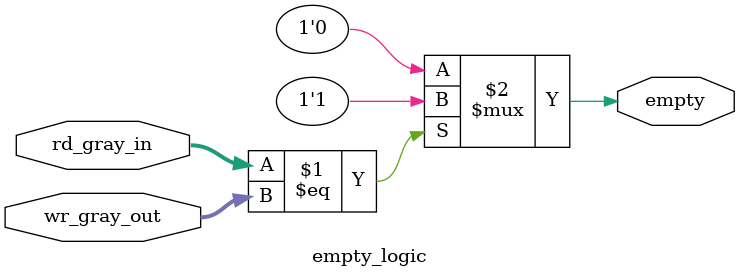
<source format=sv>
/*
Empty logic
*/

module empty_logic 
#(
	parameter DATA_WIDTH = 8
)
(
	input [DATA_WIDTH-1:0] rd_gray_in,	//it is at the read domain
	input [DATA_WIDTH-1:0] wr_gray_out,	//it is from write domain, should be passed through 2ff sync to this module
	
	output empty 
	//output almost_empty
);

	//empty condition - calculated based on write_domain pointer and read_domain pointer
	assign empty = (rd_gray_in == wr_gray_out) ? 1'b1 : 1'b0;


endmodule
</source>
